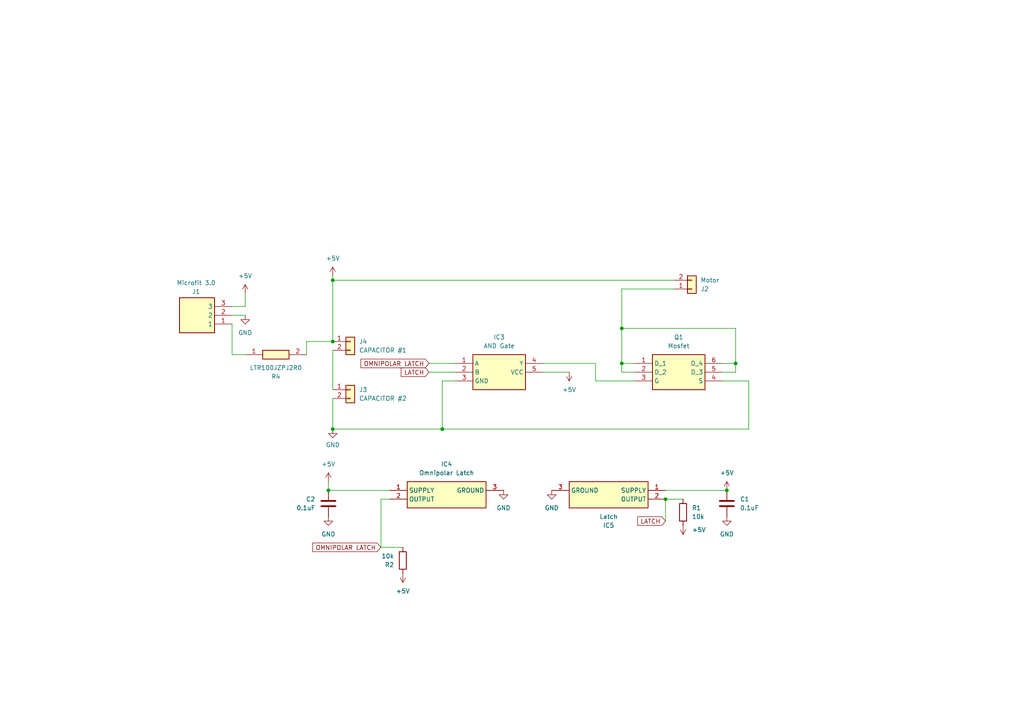
<source format=kicad_sch>
(kicad_sch
	(version 20231120)
	(generator "eeschema")
	(generator_version "8.0")
	(uuid "c3b4e927-b550-45c3-ad51-7ff88d65109a")
	(paper "A4")
	(lib_symbols
		(symbol "Connector_Generic:Conn_01x02"
			(pin_names
				(offset 1.016) hide)
			(exclude_from_sim no)
			(in_bom yes)
			(on_board yes)
			(property "Reference" "J"
				(at 0 2.54 0)
				(effects
					(font
						(size 1.27 1.27)
					)
				)
			)
			(property "Value" "Conn_01x02"
				(at 0 -5.08 0)
				(effects
					(font
						(size 1.27 1.27)
					)
				)
			)
			(property "Footprint" ""
				(at 0 0 0)
				(effects
					(font
						(size 1.27 1.27)
					)
					(hide yes)
				)
			)
			(property "Datasheet" "~"
				(at 0 0 0)
				(effects
					(font
						(size 1.27 1.27)
					)
					(hide yes)
				)
			)
			(property "Description" "Generic connector, single row, 01x02, script generated (kicad-library-utils/schlib/autogen/connector/)"
				(at 0 0 0)
				(effects
					(font
						(size 1.27 1.27)
					)
					(hide yes)
				)
			)
			(property "ki_keywords" "connector"
				(at 0 0 0)
				(effects
					(font
						(size 1.27 1.27)
					)
					(hide yes)
				)
			)
			(property "ki_fp_filters" "Connector*:*_1x??_*"
				(at 0 0 0)
				(effects
					(font
						(size 1.27 1.27)
					)
					(hide yes)
				)
			)
			(symbol "Conn_01x02_1_1"
				(rectangle
					(start -1.27 -2.413)
					(end 0 -2.667)
					(stroke
						(width 0.1524)
						(type default)
					)
					(fill
						(type none)
					)
				)
				(rectangle
					(start -1.27 0.127)
					(end 0 -0.127)
					(stroke
						(width 0.1524)
						(type default)
					)
					(fill
						(type none)
					)
				)
				(rectangle
					(start -1.27 1.27)
					(end 1.27 -3.81)
					(stroke
						(width 0.254)
						(type default)
					)
					(fill
						(type background)
					)
				)
				(pin passive line
					(at -5.08 0 0)
					(length 3.81)
					(name "Pin_1"
						(effects
							(font
								(size 1.27 1.27)
							)
						)
					)
					(number "1"
						(effects
							(font
								(size 1.27 1.27)
							)
						)
					)
				)
				(pin passive line
					(at -5.08 -2.54 0)
					(length 3.81)
					(name "Pin_2"
						(effects
							(font
								(size 1.27 1.27)
							)
						)
					)
					(number "2"
						(effects
							(font
								(size 1.27 1.27)
							)
						)
					)
				)
			)
		)
		(symbol "Device:C"
			(pin_numbers hide)
			(pin_names
				(offset 0.254)
			)
			(exclude_from_sim no)
			(in_bom yes)
			(on_board yes)
			(property "Reference" "C"
				(at 0.635 2.54 0)
				(effects
					(font
						(size 1.27 1.27)
					)
					(justify left)
				)
			)
			(property "Value" "C"
				(at 0.635 -2.54 0)
				(effects
					(font
						(size 1.27 1.27)
					)
					(justify left)
				)
			)
			(property "Footprint" ""
				(at 0.9652 -3.81 0)
				(effects
					(font
						(size 1.27 1.27)
					)
					(hide yes)
				)
			)
			(property "Datasheet" "~"
				(at 0 0 0)
				(effects
					(font
						(size 1.27 1.27)
					)
					(hide yes)
				)
			)
			(property "Description" "Unpolarized capacitor"
				(at 0 0 0)
				(effects
					(font
						(size 1.27 1.27)
					)
					(hide yes)
				)
			)
			(property "ki_keywords" "cap capacitor"
				(at 0 0 0)
				(effects
					(font
						(size 1.27 1.27)
					)
					(hide yes)
				)
			)
			(property "ki_fp_filters" "C_*"
				(at 0 0 0)
				(effects
					(font
						(size 1.27 1.27)
					)
					(hide yes)
				)
			)
			(symbol "C_0_1"
				(polyline
					(pts
						(xy -2.032 -0.762) (xy 2.032 -0.762)
					)
					(stroke
						(width 0.508)
						(type default)
					)
					(fill
						(type none)
					)
				)
				(polyline
					(pts
						(xy -2.032 0.762) (xy 2.032 0.762)
					)
					(stroke
						(width 0.508)
						(type default)
					)
					(fill
						(type none)
					)
				)
			)
			(symbol "C_1_1"
				(pin passive line
					(at 0 3.81 270)
					(length 2.794)
					(name "~"
						(effects
							(font
								(size 1.27 1.27)
							)
						)
					)
					(number "1"
						(effects
							(font
								(size 1.27 1.27)
							)
						)
					)
				)
				(pin passive line
					(at 0 -3.81 90)
					(length 2.794)
					(name "~"
						(effects
							(font
								(size 1.27 1.27)
							)
						)
					)
					(number "2"
						(effects
							(font
								(size 1.27 1.27)
							)
						)
					)
				)
			)
		)
		(symbol "Device:R"
			(pin_numbers hide)
			(pin_names
				(offset 0)
			)
			(exclude_from_sim no)
			(in_bom yes)
			(on_board yes)
			(property "Reference" "R"
				(at 2.032 0 90)
				(effects
					(font
						(size 1.27 1.27)
					)
				)
			)
			(property "Value" "R"
				(at 0 0 90)
				(effects
					(font
						(size 1.27 1.27)
					)
				)
			)
			(property "Footprint" ""
				(at -1.778 0 90)
				(effects
					(font
						(size 1.27 1.27)
					)
					(hide yes)
				)
			)
			(property "Datasheet" "~"
				(at 0 0 0)
				(effects
					(font
						(size 1.27 1.27)
					)
					(hide yes)
				)
			)
			(property "Description" "Resistor"
				(at 0 0 0)
				(effects
					(font
						(size 1.27 1.27)
					)
					(hide yes)
				)
			)
			(property "ki_keywords" "R res resistor"
				(at 0 0 0)
				(effects
					(font
						(size 1.27 1.27)
					)
					(hide yes)
				)
			)
			(property "ki_fp_filters" "R_*"
				(at 0 0 0)
				(effects
					(font
						(size 1.27 1.27)
					)
					(hide yes)
				)
			)
			(symbol "R_0_1"
				(rectangle
					(start -1.016 -2.54)
					(end 1.016 2.54)
					(stroke
						(width 0.254)
						(type default)
					)
					(fill
						(type none)
					)
				)
			)
			(symbol "R_1_1"
				(pin passive line
					(at 0 3.81 270)
					(length 1.27)
					(name "~"
						(effects
							(font
								(size 1.27 1.27)
							)
						)
					)
					(number "1"
						(effects
							(font
								(size 1.27 1.27)
							)
						)
					)
				)
				(pin passive line
					(at 0 -3.81 90)
					(length 1.27)
					(name "~"
						(effects
							(font
								(size 1.27 1.27)
							)
						)
					)
					(number "2"
						(effects
							(font
								(size 1.27 1.27)
							)
						)
					)
				)
			)
		)
		(symbol "SamacSys_Parts:0436500302"
			(exclude_from_sim no)
			(in_bom yes)
			(on_board yes)
			(property "Reference" "J"
				(at 16.51 7.62 0)
				(effects
					(font
						(size 1.27 1.27)
					)
					(justify left top)
				)
			)
			(property "Value" "0436500302"
				(at 16.51 5.08 0)
				(effects
					(font
						(size 1.27 1.27)
					)
					(justify left top)
				)
			)
			(property "Footprint" "0436500302"
				(at 16.51 -94.92 0)
				(effects
					(font
						(size 1.27 1.27)
					)
					(justify left top)
					(hide yes)
				)
			)
			(property "Datasheet" "https://www.molex.com/pdm_docs/sd/436500302_sd.pdf"
				(at 16.51 -194.92 0)
				(effects
					(font
						(size 1.27 1.27)
					)
					(justify left top)
					(hide yes)
				)
			)
			(property "Description" "Micro-Fit 3.0 Vertical Header, 3.00mm Pitch, Single Row,  Circuits, with PCB Polarizing Peg, Gold, Glow-Wire Capable, Black"
				(at 0 0 0)
				(effects
					(font
						(size 1.27 1.27)
					)
					(hide yes)
				)
			)
			(property "Height" "5.64"
				(at 16.51 -394.92 0)
				(effects
					(font
						(size 1.27 1.27)
					)
					(justify left top)
					(hide yes)
				)
			)
			(property "Manufacturer_Name" "Molex"
				(at 16.51 -494.92 0)
				(effects
					(font
						(size 1.27 1.27)
					)
					(justify left top)
					(hide yes)
				)
			)
			(property "Manufacturer_Part_Number" "0436500302"
				(at 16.51 -594.92 0)
				(effects
					(font
						(size 1.27 1.27)
					)
					(justify left top)
					(hide yes)
				)
			)
			(property "Mouser Part Number" "N/A"
				(at 16.51 -694.92 0)
				(effects
					(font
						(size 1.27 1.27)
					)
					(justify left top)
					(hide yes)
				)
			)
			(property "Mouser Price/Stock" "https://www.mouser.co.uk/ProductDetail/Molex/0436500302?qs=PBcRNPEHKspyV22PawpJZQ%3D%3D"
				(at 16.51 -794.92 0)
				(effects
					(font
						(size 1.27 1.27)
					)
					(justify left top)
					(hide yes)
				)
			)
			(property "Arrow Part Number" "0436500302"
				(at 16.51 -894.92 0)
				(effects
					(font
						(size 1.27 1.27)
					)
					(justify left top)
					(hide yes)
				)
			)
			(property "Arrow Price/Stock" "https://www.arrow.com/en/products/0436500302/molex?region=nac"
				(at 16.51 -994.92 0)
				(effects
					(font
						(size 1.27 1.27)
					)
					(justify left top)
					(hide yes)
				)
			)
			(symbol "0436500302_1_1"
				(rectangle
					(start 5.08 2.54)
					(end 15.24 -7.62)
					(stroke
						(width 0.254)
						(type default)
					)
					(fill
						(type background)
					)
				)
				(pin passive line
					(at 0 -5.08 0)
					(length 5.08)
					(name "1"
						(effects
							(font
								(size 1.27 1.27)
							)
						)
					)
					(number "1"
						(effects
							(font
								(size 1.27 1.27)
							)
						)
					)
				)
				(pin passive line
					(at 0 -2.54 0)
					(length 5.08)
					(name "2"
						(effects
							(font
								(size 1.27 1.27)
							)
						)
					)
					(number "2"
						(effects
							(font
								(size 1.27 1.27)
							)
						)
					)
				)
				(pin passive line
					(at 0 0 0)
					(length 5.08)
					(name "3"
						(effects
							(font
								(size 1.27 1.27)
							)
						)
					)
					(number "3"
						(effects
							(font
								(size 1.27 1.27)
							)
						)
					)
				)
			)
		)
		(symbol "SamacSys_Parts:A3212ELHLX-T-DABIC8E"
			(exclude_from_sim no)
			(in_bom yes)
			(on_board yes)
			(property "Reference" "IC"
				(at 29.21 7.62 0)
				(effects
					(font
						(size 1.27 1.27)
					)
					(justify left top)
				)
			)
			(property "Value" "A3212ELHLX-T-DABIC8E"
				(at 29.21 5.08 0)
				(effects
					(font
						(size 1.27 1.27)
					)
					(justify left top)
				)
			)
			(property "Footprint" "SOT95P285X113-3N"
				(at 29.21 -94.92 0)
				(effects
					(font
						(size 1.27 1.27)
					)
					(justify left top)
					(hide yes)
				)
			)
			(property "Datasheet" "https://www.allegromicro.com/~/media/files/datasheets/a3211-12-datasheet.pdf"
				(at 29.21 -194.92 0)
				(effects
					(font
						(size 1.27 1.27)
					)
					(justify left top)
					(hide yes)
				)
			)
			(property "Description" "Micropower, Ultrasensitive Hall-Effect Switch"
				(at 0 0 0)
				(effects
					(font
						(size 1.27 1.27)
					)
					(hide yes)
				)
			)
			(property "Height" "1.13"
				(at 29.21 -394.92 0)
				(effects
					(font
						(size 1.27 1.27)
					)
					(justify left top)
					(hide yes)
				)
			)
			(property "Manufacturer_Name" "Allegro Microsystems"
				(at 29.21 -494.92 0)
				(effects
					(font
						(size 1.27 1.27)
					)
					(justify left top)
					(hide yes)
				)
			)
			(property "Manufacturer_Part_Number" "A3212ELHLX-T-DABIC8E"
				(at 29.21 -594.92 0)
				(effects
					(font
						(size 1.27 1.27)
					)
					(justify left top)
					(hide yes)
				)
			)
			(property "Mouser Part Number" ""
				(at 29.21 -694.92 0)
				(effects
					(font
						(size 1.27 1.27)
					)
					(justify left top)
					(hide yes)
				)
			)
			(property "Mouser Price/Stock" ""
				(at 29.21 -794.92 0)
				(effects
					(font
						(size 1.27 1.27)
					)
					(justify left top)
					(hide yes)
				)
			)
			(property "Arrow Part Number" "A3212ELHLX-T-DABIC8E"
				(at 29.21 -894.92 0)
				(effects
					(font
						(size 1.27 1.27)
					)
					(justify left top)
					(hide yes)
				)
			)
			(property "Arrow Price/Stock" "https://www.arrow.com/en/products/a3212elhlx-t-dabic8e/allegro-microsystems"
				(at 29.21 -994.92 0)
				(effects
					(font
						(size 1.27 1.27)
					)
					(justify left top)
					(hide yes)
				)
			)
			(symbol "A3212ELHLX-T-DABIC8E_1_1"
				(rectangle
					(start 5.08 2.54)
					(end 27.94 -5.08)
					(stroke
						(width 0.254)
						(type default)
					)
					(fill
						(type background)
					)
				)
				(pin passive line
					(at 0 0 0)
					(length 5.08)
					(name "SUPPLY"
						(effects
							(font
								(size 1.27 1.27)
							)
						)
					)
					(number "1"
						(effects
							(font
								(size 1.27 1.27)
							)
						)
					)
				)
				(pin passive line
					(at 0 -2.54 0)
					(length 5.08)
					(name "OUTPUT"
						(effects
							(font
								(size 1.27 1.27)
							)
						)
					)
					(number "2"
						(effects
							(font
								(size 1.27 1.27)
							)
						)
					)
				)
				(pin passive line
					(at 33.02 0 180)
					(length 5.08)
					(name "GROUND"
						(effects
							(font
								(size 1.27 1.27)
							)
						)
					)
					(number "3"
						(effects
							(font
								(size 1.27 1.27)
							)
						)
					)
				)
			)
		)
		(symbol "SamacSys_Parts:DMN1019UVT-7"
			(exclude_from_sim no)
			(in_bom yes)
			(on_board yes)
			(property "Reference" "Q"
				(at 21.59 7.62 0)
				(effects
					(font
						(size 1.27 1.27)
					)
					(justify left top)
				)
			)
			(property "Value" "DMN1019UVT-7"
				(at 21.59 5.08 0)
				(effects
					(font
						(size 1.27 1.27)
					)
					(justify left top)
				)
			)
			(property "Footprint" "SOT95P280X100-6N"
				(at 21.59 -94.92 0)
				(effects
					(font
						(size 1.27 1.27)
					)
					(justify left top)
					(hide yes)
				)
			)
			(property "Datasheet" "https://www.diodes.com//assets/Datasheets/DMN1019UVT.pdf"
				(at 21.59 -194.92 0)
				(effects
					(font
						(size 1.27 1.27)
					)
					(justify left top)
					(hide yes)
				)
			)
			(property "Description" "MOSFET 12V Enh Mode FET"
				(at 0 0 0)
				(effects
					(font
						(size 1.27 1.27)
					)
					(hide yes)
				)
			)
			(property "Height" "1"
				(at 21.59 -394.92 0)
				(effects
					(font
						(size 1.27 1.27)
					)
					(justify left top)
					(hide yes)
				)
			)
			(property "Manufacturer_Name" "Diodes Incorporated"
				(at 21.59 -494.92 0)
				(effects
					(font
						(size 1.27 1.27)
					)
					(justify left top)
					(hide yes)
				)
			)
			(property "Manufacturer_Part_Number" "DMN1019UVT-7"
				(at 21.59 -594.92 0)
				(effects
					(font
						(size 1.27 1.27)
					)
					(justify left top)
					(hide yes)
				)
			)
			(property "Mouser Part Number" "621-DMN1019UVT-7"
				(at 21.59 -694.92 0)
				(effects
					(font
						(size 1.27 1.27)
					)
					(justify left top)
					(hide yes)
				)
			)
			(property "Mouser Price/Stock" "https://www.mouser.co.uk/ProductDetail/Diodes-Incorporated/DMN1019UVT-7?qs=OVC8WVYZliSQ1YnuKED3dQ%3D%3D"
				(at 21.59 -794.92 0)
				(effects
					(font
						(size 1.27 1.27)
					)
					(justify left top)
					(hide yes)
				)
			)
			(property "Arrow Part Number" "DMN1019UVT-7"
				(at 21.59 -894.92 0)
				(effects
					(font
						(size 1.27 1.27)
					)
					(justify left top)
					(hide yes)
				)
			)
			(property "Arrow Price/Stock" "https://www.arrow.com/en/products/dmn1019uvt-7/diodes-incorporated?region=asia"
				(at 21.59 -994.92 0)
				(effects
					(font
						(size 1.27 1.27)
					)
					(justify left top)
					(hide yes)
				)
			)
			(symbol "DMN1019UVT-7_1_1"
				(rectangle
					(start 5.08 2.54)
					(end 20.32 -7.62)
					(stroke
						(width 0.254)
						(type default)
					)
					(fill
						(type background)
					)
				)
				(pin passive line
					(at 0 0 0)
					(length 5.08)
					(name "D_1"
						(effects
							(font
								(size 1.27 1.27)
							)
						)
					)
					(number "1"
						(effects
							(font
								(size 1.27 1.27)
							)
						)
					)
				)
				(pin passive line
					(at 0 -2.54 0)
					(length 5.08)
					(name "D_2"
						(effects
							(font
								(size 1.27 1.27)
							)
						)
					)
					(number "2"
						(effects
							(font
								(size 1.27 1.27)
							)
						)
					)
				)
				(pin passive line
					(at 0 -5.08 0)
					(length 5.08)
					(name "G"
						(effects
							(font
								(size 1.27 1.27)
							)
						)
					)
					(number "3"
						(effects
							(font
								(size 1.27 1.27)
							)
						)
					)
				)
				(pin passive line
					(at 25.4 -5.08 180)
					(length 5.08)
					(name "S"
						(effects
							(font
								(size 1.27 1.27)
							)
						)
					)
					(number "4"
						(effects
							(font
								(size 1.27 1.27)
							)
						)
					)
				)
				(pin passive line
					(at 25.4 -2.54 180)
					(length 5.08)
					(name "D_3"
						(effects
							(font
								(size 1.27 1.27)
							)
						)
					)
					(number "5"
						(effects
							(font
								(size 1.27 1.27)
							)
						)
					)
				)
				(pin passive line
					(at 25.4 0 180)
					(length 5.08)
					(name "D_4"
						(effects
							(font
								(size 1.27 1.27)
							)
						)
					)
					(number "6"
						(effects
							(font
								(size 1.27 1.27)
							)
						)
					)
				)
			)
		)
		(symbol "SamacSys_Parts:LTR100JZPJ2R0"
			(pin_names hide)
			(exclude_from_sim no)
			(in_bom yes)
			(on_board yes)
			(property "Reference" "R"
				(at 13.97 6.35 0)
				(effects
					(font
						(size 1.27 1.27)
					)
					(justify left top)
				)
			)
			(property "Value" "LTR100JZPJ2R0"
				(at 13.97 3.81 0)
				(effects
					(font
						(size 1.27 1.27)
					)
					(justify left top)
				)
			)
			(property "Footprint" "RESC3264X70N"
				(at 13.97 -96.19 0)
				(effects
					(font
						(size 1.27 1.27)
					)
					(justify left top)
					(hide yes)
				)
			)
			(property "Datasheet" "https://fscdn.rohm.com/en/products/databook/datasheet/passive/resistor/chip_resistor/ltr-e.pdf"
				(at 13.97 -196.19 0)
				(effects
					(font
						(size 1.27 1.27)
					)
					(justify left top)
					(hide yes)
				)
			)
			(property "Description" "2 Ohms +/-5% 3W Chip Resistor Wide 2512 (6432 Metric), 1225 Automotive AEC-Q200, Pulse Withstanding Thick Film"
				(at 0 0 0)
				(effects
					(font
						(size 1.27 1.27)
					)
					(hide yes)
				)
			)
			(property "Height" "0.7"
				(at 13.97 -396.19 0)
				(effects
					(font
						(size 1.27 1.27)
					)
					(justify left top)
					(hide yes)
				)
			)
			(property "Manufacturer_Name" "ROHM Semiconductor"
				(at 13.97 -496.19 0)
				(effects
					(font
						(size 1.27 1.27)
					)
					(justify left top)
					(hide yes)
				)
			)
			(property "Manufacturer_Part_Number" "LTR100JZPJ2R0"
				(at 13.97 -596.19 0)
				(effects
					(font
						(size 1.27 1.27)
					)
					(justify left top)
					(hide yes)
				)
			)
			(property "Mouser Part Number" ""
				(at 13.97 -696.19 0)
				(effects
					(font
						(size 1.27 1.27)
					)
					(justify left top)
					(hide yes)
				)
			)
			(property "Mouser Price/Stock" ""
				(at 13.97 -796.19 0)
				(effects
					(font
						(size 1.27 1.27)
					)
					(justify left top)
					(hide yes)
				)
			)
			(property "Arrow Part Number" ""
				(at 13.97 -896.19 0)
				(effects
					(font
						(size 1.27 1.27)
					)
					(justify left top)
					(hide yes)
				)
			)
			(property "Arrow Price/Stock" ""
				(at 13.97 -996.19 0)
				(effects
					(font
						(size 1.27 1.27)
					)
					(justify left top)
					(hide yes)
				)
			)
			(symbol "LTR100JZPJ2R0_1_1"
				(rectangle
					(start 5.08 1.27)
					(end 12.7 -1.27)
					(stroke
						(width 0.254)
						(type default)
					)
					(fill
						(type background)
					)
				)
				(pin passive line
					(at 0 0 0)
					(length 5.08)
					(name "1"
						(effects
							(font
								(size 1.27 1.27)
							)
						)
					)
					(number "1"
						(effects
							(font
								(size 1.27 1.27)
							)
						)
					)
				)
				(pin passive line
					(at 17.78 0 180)
					(length 5.08)
					(name "2"
						(effects
							(font
								(size 1.27 1.27)
							)
						)
					)
					(number "2"
						(effects
							(font
								(size 1.27 1.27)
							)
						)
					)
				)
			)
		)
		(symbol "SamacSys_Parts:SN74LVC1G08DBVR"
			(exclude_from_sim no)
			(in_bom yes)
			(on_board yes)
			(property "Reference" "IC"
				(at 21.59 7.62 0)
				(effects
					(font
						(size 1.27 1.27)
					)
					(justify left top)
				)
			)
			(property "Value" "SN74LVC1G08DBVR"
				(at 21.59 5.08 0)
				(effects
					(font
						(size 1.27 1.27)
					)
					(justify left top)
				)
			)
			(property "Footprint" "SOT95P280X145-5N"
				(at 21.59 -94.92 0)
				(effects
					(font
						(size 1.27 1.27)
					)
					(justify left top)
					(hide yes)
				)
			)
			(property "Datasheet" "http://www.ti.com/lit/ds/symlink/sn74lvc1g08.pdf"
				(at 21.59 -194.92 0)
				(effects
					(font
						(size 1.27 1.27)
					)
					(justify left top)
					(hide yes)
				)
			)
			(property "Description" "SN74LVC1G08 Single 2-Input Positive-AND Gate"
				(at 0 0 0)
				(effects
					(font
						(size 1.27 1.27)
					)
					(hide yes)
				)
			)
			(property "Height" "1.45"
				(at 21.59 -394.92 0)
				(effects
					(font
						(size 1.27 1.27)
					)
					(justify left top)
					(hide yes)
				)
			)
			(property "Manufacturer_Name" "Texas Instruments"
				(at 21.59 -494.92 0)
				(effects
					(font
						(size 1.27 1.27)
					)
					(justify left top)
					(hide yes)
				)
			)
			(property "Manufacturer_Part_Number" "SN74LVC1G08DBVR"
				(at 21.59 -594.92 0)
				(effects
					(font
						(size 1.27 1.27)
					)
					(justify left top)
					(hide yes)
				)
			)
			(property "Mouser Part Number" "595-SN74LVC1G08DBVR"
				(at 21.59 -694.92 0)
				(effects
					(font
						(size 1.27 1.27)
					)
					(justify left top)
					(hide yes)
				)
			)
			(property "Mouser Price/Stock" "https://www.mouser.co.uk/ProductDetail/Texas-Instruments/SN74LVC1G08DBVR?qs=8yeEWhuAOtNjtL049wSCoQ%3D%3D"
				(at 21.59 -794.92 0)
				(effects
					(font
						(size 1.27 1.27)
					)
					(justify left top)
					(hide yes)
				)
			)
			(property "Arrow Part Number" "SN74LVC1G08DBVR"
				(at 21.59 -894.92 0)
				(effects
					(font
						(size 1.27 1.27)
					)
					(justify left top)
					(hide yes)
				)
			)
			(property "Arrow Price/Stock" "https://www.arrow.com/en/products/sn74lvc1g08dbvr/texas-instruments?utm_currency=USD&region=nac"
				(at 21.59 -994.92 0)
				(effects
					(font
						(size 1.27 1.27)
					)
					(justify left top)
					(hide yes)
				)
			)
			(symbol "SN74LVC1G08DBVR_1_1"
				(rectangle
					(start 5.08 2.54)
					(end 20.32 -7.62)
					(stroke
						(width 0.254)
						(type default)
					)
					(fill
						(type background)
					)
				)
				(pin input line
					(at 0 0 0)
					(length 5.08)
					(name "A"
						(effects
							(font
								(size 1.27 1.27)
							)
						)
					)
					(number "1"
						(effects
							(font
								(size 1.27 1.27)
							)
						)
					)
				)
				(pin input line
					(at 0 -2.54 0)
					(length 5.08)
					(name "B"
						(effects
							(font
								(size 1.27 1.27)
							)
						)
					)
					(number "2"
						(effects
							(font
								(size 1.27 1.27)
							)
						)
					)
				)
				(pin power_in line
					(at 0 -5.08 0)
					(length 5.08)
					(name "GND"
						(effects
							(font
								(size 1.27 1.27)
							)
						)
					)
					(number "3"
						(effects
							(font
								(size 1.27 1.27)
							)
						)
					)
				)
				(pin output line
					(at 25.4 0 180)
					(length 5.08)
					(name "Y"
						(effects
							(font
								(size 1.27 1.27)
							)
						)
					)
					(number "4"
						(effects
							(font
								(size 1.27 1.27)
							)
						)
					)
				)
				(pin power_in line
					(at 25.4 -2.54 180)
					(length 5.08)
					(name "VCC"
						(effects
							(font
								(size 1.27 1.27)
							)
						)
					)
					(number "5"
						(effects
							(font
								(size 1.27 1.27)
							)
						)
					)
				)
			)
		)
		(symbol "power:+5V"
			(power)
			(pin_numbers hide)
			(pin_names
				(offset 0) hide)
			(exclude_from_sim no)
			(in_bom yes)
			(on_board yes)
			(property "Reference" "#PWR"
				(at 0 -3.81 0)
				(effects
					(font
						(size 1.27 1.27)
					)
					(hide yes)
				)
			)
			(property "Value" "+5V"
				(at 0 3.556 0)
				(effects
					(font
						(size 1.27 1.27)
					)
				)
			)
			(property "Footprint" ""
				(at 0 0 0)
				(effects
					(font
						(size 1.27 1.27)
					)
					(hide yes)
				)
			)
			(property "Datasheet" ""
				(at 0 0 0)
				(effects
					(font
						(size 1.27 1.27)
					)
					(hide yes)
				)
			)
			(property "Description" "Power symbol creates a global label with name \"+5V\""
				(at 0 0 0)
				(effects
					(font
						(size 1.27 1.27)
					)
					(hide yes)
				)
			)
			(property "ki_keywords" "global power"
				(at 0 0 0)
				(effects
					(font
						(size 1.27 1.27)
					)
					(hide yes)
				)
			)
			(symbol "+5V_0_1"
				(polyline
					(pts
						(xy -0.762 1.27) (xy 0 2.54)
					)
					(stroke
						(width 0)
						(type default)
					)
					(fill
						(type none)
					)
				)
				(polyline
					(pts
						(xy 0 0) (xy 0 2.54)
					)
					(stroke
						(width 0)
						(type default)
					)
					(fill
						(type none)
					)
				)
				(polyline
					(pts
						(xy 0 2.54) (xy 0.762 1.27)
					)
					(stroke
						(width 0)
						(type default)
					)
					(fill
						(type none)
					)
				)
			)
			(symbol "+5V_1_1"
				(pin power_in line
					(at 0 0 90)
					(length 0)
					(name "~"
						(effects
							(font
								(size 1.27 1.27)
							)
						)
					)
					(number "1"
						(effects
							(font
								(size 1.27 1.27)
							)
						)
					)
				)
			)
		)
		(symbol "power:GND"
			(power)
			(pin_numbers hide)
			(pin_names
				(offset 0) hide)
			(exclude_from_sim no)
			(in_bom yes)
			(on_board yes)
			(property "Reference" "#PWR"
				(at 0 -6.35 0)
				(effects
					(font
						(size 1.27 1.27)
					)
					(hide yes)
				)
			)
			(property "Value" "GND"
				(at 0 -3.81 0)
				(effects
					(font
						(size 1.27 1.27)
					)
				)
			)
			(property "Footprint" ""
				(at 0 0 0)
				(effects
					(font
						(size 1.27 1.27)
					)
					(hide yes)
				)
			)
			(property "Datasheet" ""
				(at 0 0 0)
				(effects
					(font
						(size 1.27 1.27)
					)
					(hide yes)
				)
			)
			(property "Description" "Power symbol creates a global label with name \"GND\" , ground"
				(at 0 0 0)
				(effects
					(font
						(size 1.27 1.27)
					)
					(hide yes)
				)
			)
			(property "ki_keywords" "global power"
				(at 0 0 0)
				(effects
					(font
						(size 1.27 1.27)
					)
					(hide yes)
				)
			)
			(symbol "GND_0_1"
				(polyline
					(pts
						(xy 0 0) (xy 0 -1.27) (xy 1.27 -1.27) (xy 0 -2.54) (xy -1.27 -1.27) (xy 0 -1.27)
					)
					(stroke
						(width 0)
						(type default)
					)
					(fill
						(type none)
					)
				)
			)
			(symbol "GND_1_1"
				(pin power_in line
					(at 0 0 270)
					(length 0)
					(name "~"
						(effects
							(font
								(size 1.27 1.27)
							)
						)
					)
					(number "1"
						(effects
							(font
								(size 1.27 1.27)
							)
						)
					)
				)
			)
		)
	)
	(junction
		(at 210.82 142.24)
		(diameter 0)
		(color 0 0 0 0)
		(uuid "002d935e-9b45-4b51-a050-9f2aae46971a")
	)
	(junction
		(at 128.27 124.46)
		(diameter 0)
		(color 0 0 0 0)
		(uuid "07c86852-1f26-40da-a9d2-b06b87871b88")
	)
	(junction
		(at 193.04 144.78)
		(diameter 0)
		(color 0 0 0 0)
		(uuid "1ade0b2d-9d5f-4cef-8f61-822b8cb4cad4")
	)
	(junction
		(at 95.25 142.24)
		(diameter 0)
		(color 0 0 0 0)
		(uuid "6f22b0d5-c00d-496a-ade9-22415739a000")
	)
	(junction
		(at 180.34 95.25)
		(diameter 0)
		(color 0 0 0 0)
		(uuid "77723b01-5996-4fde-9432-0d8ae1a6c213")
	)
	(junction
		(at 180.34 105.41)
		(diameter 0)
		(color 0 0 0 0)
		(uuid "a84cc46a-fda3-4722-8136-b2836dea4eb5")
	)
	(junction
		(at 96.52 124.46)
		(diameter 0)
		(color 0 0 0 0)
		(uuid "b0d8a2e7-54f6-409e-a392-a57b1af64a32")
	)
	(junction
		(at 96.52 81.28)
		(diameter 0)
		(color 0 0 0 0)
		(uuid "eedae1cf-d3b5-4c60-b332-821b03921307")
	)
	(junction
		(at 213.36 105.41)
		(diameter 0)
		(color 0 0 0 0)
		(uuid "f22cdbef-b2ba-448a-8221-ceb0901f7e4d")
	)
	(junction
		(at 96.52 99.06)
		(diameter 0)
		(color 0 0 0 0)
		(uuid "fc1c3cf5-936e-447e-89a0-0ce7a35413ab")
	)
	(wire
		(pts
			(xy 96.52 101.6) (xy 96.52 113.03)
		)
		(stroke
			(width 0)
			(type default)
		)
		(uuid "08450055-e236-48be-9f6f-de565446873e")
	)
	(wire
		(pts
			(xy 157.48 107.95) (xy 165.1 107.95)
		)
		(stroke
			(width 0)
			(type default)
		)
		(uuid "09115460-086c-421d-8f0b-bb062add6e02")
	)
	(wire
		(pts
			(xy 124.46 107.95) (xy 132.08 107.95)
		)
		(stroke
			(width 0)
			(type default)
		)
		(uuid "102b3b0e-31e7-480a-84a1-3da431c2ca4c")
	)
	(wire
		(pts
			(xy 193.04 144.78) (xy 193.04 151.13)
		)
		(stroke
			(width 0)
			(type default)
		)
		(uuid "10e6bdc6-8749-456b-b7b3-c20395d49442")
	)
	(wire
		(pts
			(xy 213.36 95.25) (xy 180.34 95.25)
		)
		(stroke
			(width 0)
			(type default)
		)
		(uuid "12717474-db71-494e-b458-b3cb84cd210d")
	)
	(wire
		(pts
			(xy 124.46 105.41) (xy 132.08 105.41)
		)
		(stroke
			(width 0)
			(type default)
		)
		(uuid "131f95a5-1794-44eb-b039-095815d52704")
	)
	(wire
		(pts
			(xy 180.34 95.25) (xy 180.34 105.41)
		)
		(stroke
			(width 0)
			(type default)
		)
		(uuid "179d5725-fe92-4118-aa16-a652239b99b8")
	)
	(wire
		(pts
			(xy 110.49 158.75) (xy 116.84 158.75)
		)
		(stroke
			(width 0)
			(type default)
		)
		(uuid "19022052-a814-48b2-859f-6c254b7f206e")
	)
	(wire
		(pts
			(xy 180.34 107.95) (xy 180.34 105.41)
		)
		(stroke
			(width 0)
			(type default)
		)
		(uuid "1c2eb346-9f24-4366-9aaf-bc9b6861684e")
	)
	(wire
		(pts
			(xy 213.36 105.41) (xy 213.36 95.25)
		)
		(stroke
			(width 0)
			(type default)
		)
		(uuid "1cf79cba-e2a4-4bce-8c9c-9cf2d7520a4b")
	)
	(wire
		(pts
			(xy 96.52 115.57) (xy 96.52 124.46)
		)
		(stroke
			(width 0)
			(type default)
		)
		(uuid "1d111d0d-fd59-40c9-89fe-53d7f9b01646")
	)
	(wire
		(pts
			(xy 172.72 110.49) (xy 172.72 105.41)
		)
		(stroke
			(width 0)
			(type default)
		)
		(uuid "1d6485b4-635d-4b7a-b67a-fecc2f1406fb")
	)
	(wire
		(pts
			(xy 184.15 110.49) (xy 172.72 110.49)
		)
		(stroke
			(width 0)
			(type default)
		)
		(uuid "1dcb18fe-474a-4801-9ebb-ff7369515351")
	)
	(wire
		(pts
			(xy 88.9 99.06) (xy 96.52 99.06)
		)
		(stroke
			(width 0)
			(type default)
		)
		(uuid "1e5646e0-c582-4beb-a8cc-3387964c1952")
	)
	(wire
		(pts
			(xy 67.31 93.98) (xy 67.31 102.87)
		)
		(stroke
			(width 0)
			(type default)
		)
		(uuid "280c6f54-ed6b-450b-b22a-06e249dd1eff")
	)
	(wire
		(pts
			(xy 96.52 81.28) (xy 195.58 81.28)
		)
		(stroke
			(width 0)
			(type default)
		)
		(uuid "39ccab3e-70b6-4c76-bd12-2e88068f1343")
	)
	(wire
		(pts
			(xy 67.31 91.44) (xy 71.12 91.44)
		)
		(stroke
			(width 0)
			(type default)
		)
		(uuid "492be455-0e6f-4e00-b7c1-3ae696cd1120")
	)
	(wire
		(pts
			(xy 209.55 105.41) (xy 213.36 105.41)
		)
		(stroke
			(width 0)
			(type default)
		)
		(uuid "59a71975-1e25-4d81-9bda-5cf59892974c")
	)
	(wire
		(pts
			(xy 71.12 88.9) (xy 67.31 88.9)
		)
		(stroke
			(width 0)
			(type default)
		)
		(uuid "65ac338b-2b05-4458-8ae0-e2e38250c459")
	)
	(wire
		(pts
			(xy 96.52 81.28) (xy 96.52 99.06)
		)
		(stroke
			(width 0)
			(type default)
		)
		(uuid "6b31a5d8-d7a4-47e3-95ab-331d7a9a4adf")
	)
	(wire
		(pts
			(xy 195.58 83.82) (xy 180.34 83.82)
		)
		(stroke
			(width 0)
			(type default)
		)
		(uuid "6f81f543-2542-4c0b-9d4b-905030bdb2df")
	)
	(wire
		(pts
			(xy 213.36 107.95) (xy 213.36 105.41)
		)
		(stroke
			(width 0)
			(type default)
		)
		(uuid "71121393-58af-475d-af12-b79f7f02403d")
	)
	(wire
		(pts
			(xy 67.31 102.87) (xy 71.12 102.87)
		)
		(stroke
			(width 0)
			(type default)
		)
		(uuid "71df5398-8043-467d-9057-58b774865602")
	)
	(wire
		(pts
			(xy 88.9 102.87) (xy 88.9 99.06)
		)
		(stroke
			(width 0)
			(type default)
		)
		(uuid "72b33e14-fea9-48bb-b87d-30e6456aa1d7")
	)
	(wire
		(pts
			(xy 209.55 110.49) (xy 217.17 110.49)
		)
		(stroke
			(width 0)
			(type default)
		)
		(uuid "89593335-f545-48d2-8040-da807ab74ba5")
	)
	(wire
		(pts
			(xy 128.27 110.49) (xy 128.27 124.46)
		)
		(stroke
			(width 0)
			(type default)
		)
		(uuid "89824bd3-db6f-4f47-9cb5-51f971b8bf82")
	)
	(wire
		(pts
			(xy 217.17 124.46) (xy 217.17 110.49)
		)
		(stroke
			(width 0)
			(type default)
		)
		(uuid "999b57c6-ea03-4b72-9928-fb8bad0e1e17")
	)
	(wire
		(pts
			(xy 180.34 83.82) (xy 180.34 95.25)
		)
		(stroke
			(width 0)
			(type default)
		)
		(uuid "a1553ab1-89b6-4637-a6bd-a95a3a8a0694")
	)
	(wire
		(pts
			(xy 172.72 105.41) (xy 157.48 105.41)
		)
		(stroke
			(width 0)
			(type default)
		)
		(uuid "a2826b53-b9d5-46ea-9c1f-08aa79834f9c")
	)
	(wire
		(pts
			(xy 110.49 144.78) (xy 110.49 158.75)
		)
		(stroke
			(width 0)
			(type default)
		)
		(uuid "a3aeb21c-764b-446d-bcff-f3d58ee775de")
	)
	(wire
		(pts
			(xy 113.03 142.24) (xy 95.25 142.24)
		)
		(stroke
			(width 0)
			(type default)
		)
		(uuid "af7318e3-b658-4ceb-bd72-8d1ad55a9c21")
	)
	(wire
		(pts
			(xy 113.03 144.78) (xy 110.49 144.78)
		)
		(stroke
			(width 0)
			(type default)
		)
		(uuid "b1c8aa60-f004-4ed5-ad7b-fab930992f3f")
	)
	(wire
		(pts
			(xy 184.15 107.95) (xy 180.34 107.95)
		)
		(stroke
			(width 0)
			(type default)
		)
		(uuid "bd5c2431-dfa7-42d7-b2a9-f3a110ca91b7")
	)
	(wire
		(pts
			(xy 193.04 144.78) (xy 198.12 144.78)
		)
		(stroke
			(width 0)
			(type default)
		)
		(uuid "be46d943-d863-469d-8f2e-018b8bf67132")
	)
	(wire
		(pts
			(xy 180.34 105.41) (xy 184.15 105.41)
		)
		(stroke
			(width 0)
			(type default)
		)
		(uuid "c7dd65d8-0bfc-4836-a9df-888880b155f3")
	)
	(wire
		(pts
			(xy 71.12 85.09) (xy 71.12 88.9)
		)
		(stroke
			(width 0)
			(type default)
		)
		(uuid "d05f6304-e28c-47a2-9bcf-d03dcd653699")
	)
	(wire
		(pts
			(xy 128.27 124.46) (xy 217.17 124.46)
		)
		(stroke
			(width 0)
			(type default)
		)
		(uuid "d140ce80-0f73-4518-bf4e-5543822a08ee")
	)
	(wire
		(pts
			(xy 96.52 124.46) (xy 128.27 124.46)
		)
		(stroke
			(width 0)
			(type default)
		)
		(uuid "d2eab74c-8773-4fb3-bb33-01332ae54dda")
	)
	(wire
		(pts
			(xy 132.08 110.49) (xy 128.27 110.49)
		)
		(stroke
			(width 0)
			(type default)
		)
		(uuid "dbd66b23-1d23-4d55-a358-1e309b2fa25a")
	)
	(wire
		(pts
			(xy 95.25 139.7) (xy 95.25 142.24)
		)
		(stroke
			(width 0)
			(type default)
		)
		(uuid "de2a6628-3479-4c2e-aac0-b76742294f10")
	)
	(wire
		(pts
			(xy 209.55 107.95) (xy 213.36 107.95)
		)
		(stroke
			(width 0)
			(type default)
		)
		(uuid "e39707d6-96c7-45bd-86fe-7395a2fa03f8")
	)
	(wire
		(pts
			(xy 193.04 142.24) (xy 210.82 142.24)
		)
		(stroke
			(width 0)
			(type default)
		)
		(uuid "f245a9c6-5485-4a2b-b027-4bcdb1372164")
	)
	(wire
		(pts
			(xy 96.52 80.01) (xy 96.52 81.28)
		)
		(stroke
			(width 0)
			(type default)
		)
		(uuid "fe82e094-7800-4806-b5a8-71b39cd49e3b")
	)
	(global_label "OMNIPOLAR LATCH"
		(shape input)
		(at 110.49 158.75 180)
		(fields_autoplaced yes)
		(effects
			(font
				(size 1.27 1.27)
			)
			(justify right)
		)
		(uuid "97a368fb-70ae-40c1-9f56-586a4e6e8469")
		(property "Intersheetrefs" "${INTERSHEET_REFS}"
			(at 90.148 158.75 0)
			(effects
				(font
					(size 1.27 1.27)
				)
				(justify right)
				(hide yes)
			)
		)
	)
	(global_label "LATCH"
		(shape input)
		(at 124.46 107.95 180)
		(fields_autoplaced yes)
		(effects
			(font
				(size 1.27 1.27)
			)
			(justify right)
		)
		(uuid "a3fd485a-1b9a-4596-b8d1-d1bcf2222069")
		(property "Intersheetrefs" "${INTERSHEET_REFS}"
			(at 115.79 107.95 0)
			(effects
				(font
					(size 1.27 1.27)
				)
				(justify right)
				(hide yes)
			)
		)
	)
	(global_label "LATCH"
		(shape input)
		(at 193.04 151.13 180)
		(fields_autoplaced yes)
		(effects
			(font
				(size 1.27 1.27)
			)
			(justify right)
		)
		(uuid "c715cf83-1616-4a45-9650-438e4a482144")
		(property "Intersheetrefs" "${INTERSHEET_REFS}"
			(at 184.37 151.13 0)
			(effects
				(font
					(size 1.27 1.27)
				)
				(justify right)
				(hide yes)
			)
		)
	)
	(global_label "OMNIPOLAR LATCH"
		(shape input)
		(at 124.46 105.41 180)
		(fields_autoplaced yes)
		(effects
			(font
				(size 1.27 1.27)
			)
			(justify right)
		)
		(uuid "e3ca8157-798d-48f7-95e4-7d17685df232")
		(property "Intersheetrefs" "${INTERSHEET_REFS}"
			(at 104.118 105.41 0)
			(effects
				(font
					(size 1.27 1.27)
				)
				(justify right)
				(hide yes)
			)
		)
	)
	(symbol
		(lib_id "power:+5V")
		(at 165.1 107.95 180)
		(unit 1)
		(exclude_from_sim no)
		(in_bom yes)
		(on_board yes)
		(dnp no)
		(fields_autoplaced yes)
		(uuid "00c7c2fe-f8f3-4a6a-a6fe-171b9b1dd213")
		(property "Reference" "#PWR04"
			(at 165.1 104.14 0)
			(effects
				(font
					(size 1.27 1.27)
				)
				(hide yes)
			)
		)
		(property "Value" "+5V"
			(at 165.1 113.03 0)
			(effects
				(font
					(size 1.27 1.27)
				)
			)
		)
		(property "Footprint" ""
			(at 165.1 107.95 0)
			(effects
				(font
					(size 1.27 1.27)
				)
				(hide yes)
			)
		)
		(property "Datasheet" ""
			(at 165.1 107.95 0)
			(effects
				(font
					(size 1.27 1.27)
				)
				(hide yes)
			)
		)
		(property "Description" "Power symbol creates a global label with name \"+5V\""
			(at 165.1 107.95 0)
			(effects
				(font
					(size 1.27 1.27)
				)
				(hide yes)
			)
		)
		(pin "1"
			(uuid "1ca790ef-12f3-4ee9-b190-92d24325814e")
		)
		(instances
			(project "Powered_Torpedo_V2.1"
				(path "/c3b4e927-b550-45c3-ad51-7ff88d65109a"
					(reference "#PWR04")
					(unit 1)
				)
			)
		)
	)
	(symbol
		(lib_id "Device:R")
		(at 116.84 162.56 0)
		(unit 1)
		(exclude_from_sim no)
		(in_bom yes)
		(on_board yes)
		(dnp no)
		(fields_autoplaced yes)
		(uuid "08cd61d9-a920-4343-b378-094d7670e12c")
		(property "Reference" "R2"
			(at 114.3 163.8301 0)
			(effects
				(font
					(size 1.27 1.27)
				)
				(justify right)
			)
		)
		(property "Value" "10k"
			(at 114.3 161.2901 0)
			(effects
				(font
					(size 1.27 1.27)
				)
				(justify right)
			)
		)
		(property "Footprint" "Resistor_SMD:R_0805_2012Metric"
			(at 115.062 162.56 90)
			(effects
				(font
					(size 1.27 1.27)
				)
				(hide yes)
			)
		)
		(property "Datasheet" "~"
			(at 116.84 162.56 0)
			(effects
				(font
					(size 1.27 1.27)
				)
				(hide yes)
			)
		)
		(property "Description" "Resistor"
			(at 116.84 162.56 0)
			(effects
				(font
					(size 1.27 1.27)
				)
				(hide yes)
			)
		)
		(pin "1"
			(uuid "b018d528-7229-4df6-a189-aa4828bec7a4")
		)
		(pin "2"
			(uuid "b94d1907-1efa-4e91-a2bb-493a02940807")
		)
		(instances
			(project "Powered_Torpedo_V2.1"
				(path "/c3b4e927-b550-45c3-ad51-7ff88d65109a"
					(reference "R2")
					(unit 1)
				)
			)
		)
	)
	(symbol
		(lib_id "power:GND")
		(at 71.12 91.44 0)
		(unit 1)
		(exclude_from_sim no)
		(in_bom yes)
		(on_board yes)
		(dnp no)
		(fields_autoplaced yes)
		(uuid "144437e7-fd58-48b1-bfac-1b5222c848cb")
		(property "Reference" "#PWR011"
			(at 71.12 97.79 0)
			(effects
				(font
					(size 1.27 1.27)
				)
				(hide yes)
			)
		)
		(property "Value" "GND"
			(at 71.12 96.52 0)
			(effects
				(font
					(size 1.27 1.27)
				)
			)
		)
		(property "Footprint" ""
			(at 71.12 91.44 0)
			(effects
				(font
					(size 1.27 1.27)
				)
				(hide yes)
			)
		)
		(property "Datasheet" ""
			(at 71.12 91.44 0)
			(effects
				(font
					(size 1.27 1.27)
				)
				(hide yes)
			)
		)
		(property "Description" "Power symbol creates a global label with name \"GND\" , ground"
			(at 71.12 91.44 0)
			(effects
				(font
					(size 1.27 1.27)
				)
				(hide yes)
			)
		)
		(pin "1"
			(uuid "b669705b-d93c-47d9-a0f9-a080d1268cfc")
		)
		(instances
			(project "Powered_Torpedo_V2.1"
				(path "/c3b4e927-b550-45c3-ad51-7ff88d65109a"
					(reference "#PWR011")
					(unit 1)
				)
			)
		)
	)
	(symbol
		(lib_id "SamacSys_Parts:SN74LVC1G08DBVR")
		(at 132.08 105.41 0)
		(unit 1)
		(exclude_from_sim no)
		(in_bom yes)
		(on_board yes)
		(dnp no)
		(fields_autoplaced yes)
		(uuid "15ac3e04-6641-4737-8bf4-125566da6b61")
		(property "Reference" "IC3"
			(at 144.78 97.79 0)
			(effects
				(font
					(size 1.27 1.27)
				)
			)
		)
		(property "Value" "AND Gate"
			(at 144.78 100.33 0)
			(effects
				(font
					(size 1.27 1.27)
				)
			)
		)
		(property "Footprint" "SOT95P280X145-5N"
			(at 153.67 200.33 0)
			(effects
				(font
					(size 1.27 1.27)
				)
				(justify left top)
				(hide yes)
			)
		)
		(property "Datasheet" "http://www.ti.com/lit/ds/symlink/sn74lvc1g08.pdf"
			(at 153.67 300.33 0)
			(effects
				(font
					(size 1.27 1.27)
				)
				(justify left top)
				(hide yes)
			)
		)
		(property "Description" "SN74LVC1G08 Single 2-Input Positive-AND Gate"
			(at 132.08 105.41 0)
			(effects
				(font
					(size 1.27 1.27)
				)
				(hide yes)
			)
		)
		(property "Height" "1.45"
			(at 153.67 500.33 0)
			(effects
				(font
					(size 1.27 1.27)
				)
				(justify left top)
				(hide yes)
			)
		)
		(property "Manufacturer_Name" "Texas Instruments"
			(at 153.67 600.33 0)
			(effects
				(font
					(size 1.27 1.27)
				)
				(justify left top)
				(hide yes)
			)
		)
		(property "Manufacturer_Part_Number" "SN74LVC1G08DBVR"
			(at 153.67 700.33 0)
			(effects
				(font
					(size 1.27 1.27)
				)
				(justify left top)
				(hide yes)
			)
		)
		(property "Mouser Part Number" "595-SN74LVC1G08DBVR"
			(at 153.67 800.33 0)
			(effects
				(font
					(size 1.27 1.27)
				)
				(justify left top)
				(hide yes)
			)
		)
		(property "Mouser Price/Stock" "https://www.mouser.co.uk/ProductDetail/Texas-Instruments/SN74LVC1G08DBVR?qs=8yeEWhuAOtNjtL049wSCoQ%3D%3D"
			(at 153.67 900.33 0)
			(effects
				(font
					(size 1.27 1.27)
				)
				(justify left top)
				(hide yes)
			)
		)
		(property "Arrow Part Number" "SN74LVC1G08DBVR"
			(at 153.67 1000.33 0)
			(effects
				(font
					(size 1.27 1.27)
				)
				(justify left top)
				(hide yes)
			)
		)
		(property "Arrow Price/Stock" "https://www.arrow.com/en/products/sn74lvc1g08dbvr/texas-instruments?utm_currency=USD&region=nac"
			(at 153.67 1100.33 0)
			(effects
				(font
					(size 1.27 1.27)
				)
				(justify left top)
				(hide yes)
			)
		)
		(pin "1"
			(uuid "f6fd417c-9343-41b0-a997-5a671cf6f5f9")
		)
		(pin "2"
			(uuid "5b646256-c026-46c7-8d87-7b0ef817d68d")
		)
		(pin "3"
			(uuid "7de2e3e3-720b-45a1-a1ef-cc89300afaad")
		)
		(pin "4"
			(uuid "25359515-179e-4510-b825-6adb5f82bcdd")
		)
		(pin "5"
			(uuid "8eae7ebc-7e9f-432e-8e75-697a3eb0e3ad")
		)
		(instances
			(project "Powered_Torpedo_V2.1"
				(path "/c3b4e927-b550-45c3-ad51-7ff88d65109a"
					(reference "IC3")
					(unit 1)
				)
			)
		)
	)
	(symbol
		(lib_id "power:+5V")
		(at 198.12 152.4 180)
		(unit 1)
		(exclude_from_sim no)
		(in_bom yes)
		(on_board yes)
		(dnp no)
		(fields_autoplaced yes)
		(uuid "16730a72-193c-420f-af36-34560a2282e3")
		(property "Reference" "#PWR02"
			(at 198.12 148.59 0)
			(effects
				(font
					(size 1.27 1.27)
				)
				(hide yes)
			)
		)
		(property "Value" "+5V"
			(at 200.66 153.6699 0)
			(effects
				(font
					(size 1.27 1.27)
				)
				(justify right)
			)
		)
		(property "Footprint" ""
			(at 198.12 152.4 0)
			(effects
				(font
					(size 1.27 1.27)
				)
				(hide yes)
			)
		)
		(property "Datasheet" ""
			(at 198.12 152.4 0)
			(effects
				(font
					(size 1.27 1.27)
				)
				(hide yes)
			)
		)
		(property "Description" "Power symbol creates a global label with name \"+5V\""
			(at 198.12 152.4 0)
			(effects
				(font
					(size 1.27 1.27)
				)
				(hide yes)
			)
		)
		(pin "1"
			(uuid "17bb7c73-1a37-4bc6-9c83-0c822c42cf98")
		)
		(instances
			(project "Powered_Torpedo_V2.1"
				(path "/c3b4e927-b550-45c3-ad51-7ff88d65109a"
					(reference "#PWR02")
					(unit 1)
				)
			)
		)
	)
	(symbol
		(lib_id "Device:R")
		(at 198.12 148.59 0)
		(unit 1)
		(exclude_from_sim no)
		(in_bom yes)
		(on_board yes)
		(dnp no)
		(fields_autoplaced yes)
		(uuid "1ccd576d-2a94-4d79-9a63-af731d98ca2a")
		(property "Reference" "R1"
			(at 200.66 147.3199 0)
			(effects
				(font
					(size 1.27 1.27)
				)
				(justify left)
			)
		)
		(property "Value" "10k"
			(at 200.66 149.8599 0)
			(effects
				(font
					(size 1.27 1.27)
				)
				(justify left)
			)
		)
		(property "Footprint" "Resistor_SMD:R_0805_2012Metric"
			(at 196.342 148.59 90)
			(effects
				(font
					(size 1.27 1.27)
				)
				(hide yes)
			)
		)
		(property "Datasheet" "~"
			(at 198.12 148.59 0)
			(effects
				(font
					(size 1.27 1.27)
				)
				(hide yes)
			)
		)
		(property "Description" "Resistor"
			(at 198.12 148.59 0)
			(effects
				(font
					(size 1.27 1.27)
				)
				(hide yes)
			)
		)
		(pin "1"
			(uuid "cd74762a-beb4-423e-83d6-ca57302eb459")
		)
		(pin "2"
			(uuid "0abbd30f-e607-4e87-9d18-2aa70775ef2b")
		)
		(instances
			(project "Powered_Torpedo_V2.1"
				(path "/c3b4e927-b550-45c3-ad51-7ff88d65109a"
					(reference "R1")
					(unit 1)
				)
			)
		)
	)
	(symbol
		(lib_id "SamacSys_Parts:DMN1019UVT-7")
		(at 184.15 105.41 0)
		(unit 1)
		(exclude_from_sim no)
		(in_bom yes)
		(on_board yes)
		(dnp no)
		(fields_autoplaced yes)
		(uuid "1fe092ea-50e4-40a3-951b-52686867d65f")
		(property "Reference" "Q1"
			(at 196.85 97.79 0)
			(effects
				(font
					(size 1.27 1.27)
				)
			)
		)
		(property "Value" "Mosfet"
			(at 196.85 100.33 0)
			(effects
				(font
					(size 1.27 1.27)
				)
			)
		)
		(property "Footprint" "SOT95P280X100-6N"
			(at 205.74 200.33 0)
			(effects
				(font
					(size 1.27 1.27)
				)
				(justify left top)
				(hide yes)
			)
		)
		(property "Datasheet" "https://www.diodes.com//assets/Datasheets/DMN1019UVT.pdf"
			(at 205.74 300.33 0)
			(effects
				(font
					(size 1.27 1.27)
				)
				(justify left top)
				(hide yes)
			)
		)
		(property "Description" "MOSFET 12V Enh Mode FET"
			(at 184.15 105.41 0)
			(effects
				(font
					(size 1.27 1.27)
				)
				(hide yes)
			)
		)
		(property "Height" "1"
			(at 205.74 500.33 0)
			(effects
				(font
					(size 1.27 1.27)
				)
				(justify left top)
				(hide yes)
			)
		)
		(property "Manufacturer_Name" "Diodes Incorporated"
			(at 205.74 600.33 0)
			(effects
				(font
					(size 1.27 1.27)
				)
				(justify left top)
				(hide yes)
			)
		)
		(property "Manufacturer_Part_Number" "DMN1019UVT-7"
			(at 205.74 700.33 0)
			(effects
				(font
					(size 1.27 1.27)
				)
				(justify left top)
				(hide yes)
			)
		)
		(property "Mouser Part Number" "621-DMN1019UVT-7"
			(at 205.74 800.33 0)
			(effects
				(font
					(size 1.27 1.27)
				)
				(justify left top)
				(hide yes)
			)
		)
		(property "Mouser Price/Stock" "https://www.mouser.co.uk/ProductDetail/Diodes-Incorporated/DMN1019UVT-7?qs=OVC8WVYZliSQ1YnuKED3dQ%3D%3D"
			(at 205.74 900.33 0)
			(effects
				(font
					(size 1.27 1.27)
				)
				(justify left top)
				(hide yes)
			)
		)
		(property "Arrow Part Number" "DMN1019UVT-7"
			(at 205.74 1000.33 0)
			(effects
				(font
					(size 1.27 1.27)
				)
				(justify left top)
				(hide yes)
			)
		)
		(property "Arrow Price/Stock" "https://www.arrow.com/en/products/dmn1019uvt-7/diodes-incorporated?region=asia"
			(at 205.74 1100.33 0)
			(effects
				(font
					(size 1.27 1.27)
				)
				(justify left top)
				(hide yes)
			)
		)
		(pin "4"
			(uuid "e9c6d3c5-c6a4-467e-af36-bb95d333df16")
		)
		(pin "2"
			(uuid "7b54371f-72cc-4bb3-adb5-dd51228b9e33")
		)
		(pin "3"
			(uuid "72928442-ee36-4810-a5f6-f210eee3e7d6")
		)
		(pin "5"
			(uuid "7bc3cbff-bdde-4a60-86f1-4e4a0e5b1721")
		)
		(pin "1"
			(uuid "fdd8bbaa-a7a6-4553-8a5f-882a1b757a1e")
		)
		(pin "6"
			(uuid "2a565824-9cfa-435d-ba86-db1f7c4e6f1e")
		)
		(instances
			(project "Powered_Torpedo_V2.1"
				(path "/c3b4e927-b550-45c3-ad51-7ff88d65109a"
					(reference "Q1")
					(unit 1)
				)
			)
		)
	)
	(symbol
		(lib_id "power:+5V")
		(at 116.84 166.37 0)
		(mirror x)
		(unit 1)
		(exclude_from_sim no)
		(in_bom yes)
		(on_board yes)
		(dnp no)
		(fields_autoplaced yes)
		(uuid "27d9e8b3-00ca-4710-8657-45ba6b27e993")
		(property "Reference" "#PWR09"
			(at 116.84 162.56 0)
			(effects
				(font
					(size 1.27 1.27)
				)
				(hide yes)
			)
		)
		(property "Value" "+5V"
			(at 116.84 171.45 0)
			(effects
				(font
					(size 1.27 1.27)
				)
			)
		)
		(property "Footprint" ""
			(at 116.84 166.37 0)
			(effects
				(font
					(size 1.27 1.27)
				)
				(hide yes)
			)
		)
		(property "Datasheet" ""
			(at 116.84 166.37 0)
			(effects
				(font
					(size 1.27 1.27)
				)
				(hide yes)
			)
		)
		(property "Description" "Power symbol creates a global label with name \"+5V\""
			(at 116.84 166.37 0)
			(effects
				(font
					(size 1.27 1.27)
				)
				(hide yes)
			)
		)
		(pin "1"
			(uuid "d86dfdd0-dac7-44f0-9407-24406b677855")
		)
		(instances
			(project "Powered_Torpedo_V2.1"
				(path "/c3b4e927-b550-45c3-ad51-7ff88d65109a"
					(reference "#PWR09")
					(unit 1)
				)
			)
		)
	)
	(symbol
		(lib_id "power:GND")
		(at 160.02 142.24 0)
		(unit 1)
		(exclude_from_sim no)
		(in_bom yes)
		(on_board yes)
		(dnp no)
		(fields_autoplaced yes)
		(uuid "28133328-ea4f-43dd-a1ca-48f04dc6a44a")
		(property "Reference" "#PWR08"
			(at 160.02 148.59 0)
			(effects
				(font
					(size 1.27 1.27)
				)
				(hide yes)
			)
		)
		(property "Value" "GND"
			(at 160.02 147.32 0)
			(effects
				(font
					(size 1.27 1.27)
				)
			)
		)
		(property "Footprint" ""
			(at 160.02 142.24 0)
			(effects
				(font
					(size 1.27 1.27)
				)
				(hide yes)
			)
		)
		(property "Datasheet" ""
			(at 160.02 142.24 0)
			(effects
				(font
					(size 1.27 1.27)
				)
				(hide yes)
			)
		)
		(property "Description" "Power symbol creates a global label with name \"GND\" , ground"
			(at 160.02 142.24 0)
			(effects
				(font
					(size 1.27 1.27)
				)
				(hide yes)
			)
		)
		(pin "1"
			(uuid "aa839bb9-531d-46f9-ad13-6a8157b2fa06")
		)
		(instances
			(project "Powered_Torpedo_V2.1"
				(path "/c3b4e927-b550-45c3-ad51-7ff88d65109a"
					(reference "#PWR08")
					(unit 1)
				)
			)
		)
	)
	(symbol
		(lib_id "power:GND")
		(at 96.52 124.46 0)
		(unit 1)
		(exclude_from_sim no)
		(in_bom yes)
		(on_board yes)
		(dnp no)
		(uuid "375ac0a5-f384-46b6-b938-86e600fe74db")
		(property "Reference" "#PWR03"
			(at 96.52 130.81 0)
			(effects
				(font
					(size 1.27 1.27)
				)
				(hide yes)
			)
		)
		(property "Value" "GND"
			(at 96.52 129.032 0)
			(effects
				(font
					(size 1.27 1.27)
				)
			)
		)
		(property "Footprint" ""
			(at 96.52 124.46 0)
			(effects
				(font
					(size 1.27 1.27)
				)
				(hide yes)
			)
		)
		(property "Datasheet" ""
			(at 96.52 124.46 0)
			(effects
				(font
					(size 1.27 1.27)
				)
				(hide yes)
			)
		)
		(property "Description" "Power symbol creates a global label with name \"GND\" , ground"
			(at 96.52 124.46 0)
			(effects
				(font
					(size 1.27 1.27)
				)
				(hide yes)
			)
		)
		(pin "1"
			(uuid "6903b1e3-cac2-40f0-bf46-522824136692")
		)
		(instances
			(project "Powered_Torpedo_V2.1"
				(path "/c3b4e927-b550-45c3-ad51-7ff88d65109a"
					(reference "#PWR03")
					(unit 1)
				)
			)
		)
	)
	(symbol
		(lib_id "Connector_Generic:Conn_01x02")
		(at 200.66 83.82 0)
		(mirror x)
		(unit 1)
		(exclude_from_sim no)
		(in_bom yes)
		(on_board yes)
		(dnp no)
		(uuid "3f43732c-a650-4dd6-b059-9675f943abb0")
		(property "Reference" "J2"
			(at 203.2 83.8201 0)
			(effects
				(font
					(size 1.27 1.27)
				)
				(justify left)
			)
		)
		(property "Value" "Motor"
			(at 203.2 81.2801 0)
			(effects
				(font
					(size 1.27 1.27)
				)
				(justify left)
			)
		)
		(property "Footprint" "CustomFootprints:Motor Pads"
			(at 200.66 83.82 0)
			(effects
				(font
					(size 1.27 1.27)
				)
				(hide yes)
			)
		)
		(property "Datasheet" "~"
			(at 200.66 83.82 0)
			(effects
				(font
					(size 1.27 1.27)
				)
				(hide yes)
			)
		)
		(property "Description" "Generic connector, single row, 01x02, script generated (kicad-library-utils/schlib/autogen/connector/)"
			(at 200.66 83.82 0)
			(effects
				(font
					(size 1.27 1.27)
				)
				(hide yes)
			)
		)
		(pin "1"
			(uuid "8ca7bb74-1a19-4e6e-b082-4c8df6f1ea26")
		)
		(pin "2"
			(uuid "56b5d255-dbf8-4c41-9bb6-919b019f695c")
		)
		(instances
			(project "Powered_Torpedo_V2.1"
				(path "/c3b4e927-b550-45c3-ad51-7ff88d65109a"
					(reference "J2")
					(unit 1)
				)
			)
		)
	)
	(symbol
		(lib_id "SamacSys_Parts:0436500302")
		(at 67.31 88.9 0)
		(mirror y)
		(unit 1)
		(exclude_from_sim no)
		(in_bom yes)
		(on_board yes)
		(dnp no)
		(uuid "4bd421cb-33ee-43ac-af47-f53acc0e5b77")
		(property "Reference" "J1"
			(at 56.896 84.582 0)
			(effects
				(font
					(size 1.27 1.27)
				)
			)
		)
		(property "Value" "Microfit 3.0"
			(at 56.896 82.042 0)
			(effects
				(font
					(size 1.27 1.27)
				)
			)
		)
		(property "Footprint" "0436500302"
			(at 50.8 183.82 0)
			(effects
				(font
					(size 1.27 1.27)
				)
				(justify left top)
				(hide yes)
			)
		)
		(property "Datasheet" "https://www.molex.com/pdm_docs/sd/436500302_sd.pdf"
			(at 50.8 283.82 0)
			(effects
				(font
					(size 1.27 1.27)
				)
				(justify left top)
				(hide yes)
			)
		)
		(property "Description" "Micro-Fit 3.0 Vertical Header, 3.00mm Pitch, Single Row,  Circuits, with PCB Polarizing Peg, Gold, Glow-Wire Capable, Black"
			(at 67.31 88.9 0)
			(effects
				(font
					(size 1.27 1.27)
				)
				(hide yes)
			)
		)
		(property "Height" "5.64"
			(at 50.8 483.82 0)
			(effects
				(font
					(size 1.27 1.27)
				)
				(justify left top)
				(hide yes)
			)
		)
		(property "Manufacturer_Name" "Molex"
			(at 50.8 583.82 0)
			(effects
				(font
					(size 1.27 1.27)
				)
				(justify left top)
				(hide yes)
			)
		)
		(property "Manufacturer_Part_Number" "0436500302"
			(at 50.8 683.82 0)
			(effects
				(font
					(size 1.27 1.27)
				)
				(justify left top)
				(hide yes)
			)
		)
		(property "Mouser Part Number" "N/A"
			(at 50.8 783.82 0)
			(effects
				(font
					(size 1.27 1.27)
				)
				(justify left top)
				(hide yes)
			)
		)
		(property "Mouser Price/Stock" "https://www.mouser.co.uk/ProductDetail/Molex/0436500302?qs=PBcRNPEHKspyV22PawpJZQ%3D%3D"
			(at 50.8 883.82 0)
			(effects
				(font
					(size 1.27 1.27)
				)
				(justify left top)
				(hide yes)
			)
		)
		(property "Arrow Part Number" "0436500302"
			(at 50.8 983.82 0)
			(effects
				(font
					(size 1.27 1.27)
				)
				(justify left top)
				(hide yes)
			)
		)
		(property "Arrow Price/Stock" "https://www.arrow.com/en/products/0436500302/molex?region=nac"
			(at 50.8 1083.82 0)
			(effects
				(font
					(size 1.27 1.27)
				)
				(justify left top)
				(hide yes)
			)
		)
		(pin "1"
			(uuid "8a417fb2-9542-4749-a200-130b9c5e2641")
		)
		(pin "2"
			(uuid "3831b794-c1a9-48d7-88ea-ae805e01c4f7")
		)
		(pin "3"
			(uuid "db135a89-cfe7-4b64-9983-bd9c695b62b1")
		)
		(instances
			(project "Powered_Torpedo_V2.1"
				(path "/c3b4e927-b550-45c3-ad51-7ff88d65109a"
					(reference "J1")
					(unit 1)
				)
			)
		)
	)
	(symbol
		(lib_id "power:+5V")
		(at 71.12 85.09 0)
		(unit 1)
		(exclude_from_sim no)
		(in_bom yes)
		(on_board yes)
		(dnp no)
		(fields_autoplaced yes)
		(uuid "620281b5-a7c0-4416-8d87-b775a5457c11")
		(property "Reference" "#PWR012"
			(at 71.12 88.9 0)
			(effects
				(font
					(size 1.27 1.27)
				)
				(hide yes)
			)
		)
		(property "Value" "+5V"
			(at 71.12 80.01 0)
			(effects
				(font
					(size 1.27 1.27)
				)
			)
		)
		(property "Footprint" ""
			(at 71.12 85.09 0)
			(effects
				(font
					(size 1.27 1.27)
				)
				(hide yes)
			)
		)
		(property "Datasheet" ""
			(at 71.12 85.09 0)
			(effects
				(font
					(size 1.27 1.27)
				)
				(hide yes)
			)
		)
		(property "Description" "Power symbol creates a global label with name \"+5V\""
			(at 71.12 85.09 0)
			(effects
				(font
					(size 1.27 1.27)
				)
				(hide yes)
			)
		)
		(pin "1"
			(uuid "dcbb9f15-77ce-4492-823d-9ea8c7fe8716")
		)
		(instances
			(project "Powered_Torpedo_V2.1"
				(path "/c3b4e927-b550-45c3-ad51-7ff88d65109a"
					(reference "#PWR012")
					(unit 1)
				)
			)
		)
	)
	(symbol
		(lib_id "Device:C")
		(at 210.82 146.05 0)
		(unit 1)
		(exclude_from_sim no)
		(in_bom yes)
		(on_board yes)
		(dnp no)
		(fields_autoplaced yes)
		(uuid "655212f6-6462-4b4a-b9f6-1b55060872f5")
		(property "Reference" "C1"
			(at 214.63 144.7799 0)
			(effects
				(font
					(size 1.27 1.27)
				)
				(justify left)
			)
		)
		(property "Value" "0.1uF"
			(at 214.63 147.3199 0)
			(effects
				(font
					(size 1.27 1.27)
				)
				(justify left)
			)
		)
		(property "Footprint" "Capacitor_SMD:C_0805_2012Metric"
			(at 211.7852 149.86 0)
			(effects
				(font
					(size 1.27 1.27)
				)
				(hide yes)
			)
		)
		(property "Datasheet" "~"
			(at 210.82 146.05 0)
			(effects
				(font
					(size 1.27 1.27)
				)
				(hide yes)
			)
		)
		(property "Description" "Unpolarized capacitor"
			(at 210.82 146.05 0)
			(effects
				(font
					(size 1.27 1.27)
				)
				(hide yes)
			)
		)
		(pin "2"
			(uuid "8662dee7-ba87-4b23-a4dc-c7bc0888bd0e")
		)
		(pin "1"
			(uuid "961f82c7-0c60-4a0c-bfcc-923b9df83cf1")
		)
		(instances
			(project "Powered_Torpedo_V2.1"
				(path "/c3b4e927-b550-45c3-ad51-7ff88d65109a"
					(reference "C1")
					(unit 1)
				)
			)
		)
	)
	(symbol
		(lib_id "power:GND")
		(at 95.25 149.86 0)
		(mirror y)
		(unit 1)
		(exclude_from_sim no)
		(in_bom yes)
		(on_board yes)
		(dnp no)
		(fields_autoplaced yes)
		(uuid "66395614-823c-4398-9cea-b36f33644cfe")
		(property "Reference" "#PWR05"
			(at 95.25 156.21 0)
			(effects
				(font
					(size 1.27 1.27)
				)
				(hide yes)
			)
		)
		(property "Value" "GND"
			(at 95.25 154.94 0)
			(effects
				(font
					(size 1.27 1.27)
				)
			)
		)
		(property "Footprint" ""
			(at 95.25 149.86 0)
			(effects
				(font
					(size 1.27 1.27)
				)
				(hide yes)
			)
		)
		(property "Datasheet" ""
			(at 95.25 149.86 0)
			(effects
				(font
					(size 1.27 1.27)
				)
				(hide yes)
			)
		)
		(property "Description" "Power symbol creates a global label with name \"GND\" , ground"
			(at 95.25 149.86 0)
			(effects
				(font
					(size 1.27 1.27)
				)
				(hide yes)
			)
		)
		(pin "1"
			(uuid "0c693eac-fccc-408d-89ad-6c489ecda250")
		)
		(instances
			(project "Powered_Torpedo_V2.1"
				(path "/c3b4e927-b550-45c3-ad51-7ff88d65109a"
					(reference "#PWR05")
					(unit 1)
				)
			)
		)
	)
	(symbol
		(lib_id "power:+5V")
		(at 210.82 142.24 0)
		(unit 1)
		(exclude_from_sim no)
		(in_bom yes)
		(on_board yes)
		(dnp no)
		(fields_autoplaced yes)
		(uuid "6d9501f9-bdc5-428b-8741-dd67da8a91fc")
		(property "Reference" "#PWR013"
			(at 210.82 146.05 0)
			(effects
				(font
					(size 1.27 1.27)
				)
				(hide yes)
			)
		)
		(property "Value" "+5V"
			(at 210.82 137.16 0)
			(effects
				(font
					(size 1.27 1.27)
				)
			)
		)
		(property "Footprint" ""
			(at 210.82 142.24 0)
			(effects
				(font
					(size 1.27 1.27)
				)
				(hide yes)
			)
		)
		(property "Datasheet" ""
			(at 210.82 142.24 0)
			(effects
				(font
					(size 1.27 1.27)
				)
				(hide yes)
			)
		)
		(property "Description" "Power symbol creates a global label with name \"+5V\""
			(at 210.82 142.24 0)
			(effects
				(font
					(size 1.27 1.27)
				)
				(hide yes)
			)
		)
		(pin "1"
			(uuid "e9222a03-3983-425b-866c-d3e6bcffce16")
		)
		(instances
			(project "Powered_Torpedo_V2.1"
				(path "/c3b4e927-b550-45c3-ad51-7ff88d65109a"
					(reference "#PWR013")
					(unit 1)
				)
			)
		)
	)
	(symbol
		(lib_id "Connector_Generic:Conn_01x02")
		(at 101.6 113.03 0)
		(unit 1)
		(exclude_from_sim no)
		(in_bom yes)
		(on_board yes)
		(dnp no)
		(uuid "7b02a081-f10a-4e56-9143-9f384c08608f")
		(property "Reference" "J3"
			(at 104.14 113.0299 0)
			(effects
				(font
					(size 1.27 1.27)
				)
				(justify left)
			)
		)
		(property "Value" "CAPACITOR #2"
			(at 104.14 115.5699 0)
			(effects
				(font
					(size 1.27 1.27)
				)
				(justify left)
			)
		)
		(property "Footprint" "CustomFootprints:Capacitor TH"
			(at 101.6 113.03 0)
			(effects
				(font
					(size 1.27 1.27)
				)
				(hide yes)
			)
		)
		(property "Datasheet" "~"
			(at 101.6 113.03 0)
			(effects
				(font
					(size 1.27 1.27)
				)
				(hide yes)
			)
		)
		(property "Description" "Generic connector, single row, 01x02, script generated (kicad-library-utils/schlib/autogen/connector/)"
			(at 101.6 113.03 0)
			(effects
				(font
					(size 1.27 1.27)
				)
				(hide yes)
			)
		)
		(pin "1"
			(uuid "27607f90-354e-4766-932b-8584e0b29268")
		)
		(pin "2"
			(uuid "2ccf73d6-bc70-4316-a7d1-875250169c5f")
		)
		(instances
			(project "Powered_Torpedo_V2.1"
				(path "/c3b4e927-b550-45c3-ad51-7ff88d65109a"
					(reference "J3")
					(unit 1)
				)
			)
		)
	)
	(symbol
		(lib_id "SamacSys_Parts:A3212ELHLX-T-DABIC8E")
		(at 113.03 142.24 0)
		(unit 1)
		(exclude_from_sim no)
		(in_bom yes)
		(on_board yes)
		(dnp no)
		(fields_autoplaced yes)
		(uuid "7b319664-1ae0-4d43-8ba9-fce9a97b87c2")
		(property "Reference" "IC4"
			(at 129.54 134.62 0)
			(effects
				(font
					(size 1.27 1.27)
				)
			)
		)
		(property "Value" "Omnipolar Latch"
			(at 129.54 137.16 0)
			(effects
				(font
					(size 1.27 1.27)
				)
			)
		)
		(property "Footprint" "SOT95P285X113-3N"
			(at 142.24 237.16 0)
			(effects
				(font
					(size 1.27 1.27)
				)
				(justify left top)
				(hide yes)
			)
		)
		(property "Datasheet" "https://www.allegromicro.com/~/media/files/datasheets/a3211-12-datasheet.pdf"
			(at 142.24 337.16 0)
			(effects
				(font
					(size 1.27 1.27)
				)
				(justify left top)
				(hide yes)
			)
		)
		(property "Description" "Micropower, Ultrasensitive Hall-Effect Switch"
			(at 113.03 142.24 0)
			(effects
				(font
					(size 1.27 1.27)
				)
				(hide yes)
			)
		)
		(property "Height" "1.13"
			(at 142.24 537.16 0)
			(effects
				(font
					(size 1.27 1.27)
				)
				(justify left top)
				(hide yes)
			)
		)
		(property "Manufacturer_Name" "Allegro Microsystems"
			(at 142.24 637.16 0)
			(effects
				(font
					(size 1.27 1.27)
				)
				(justify left top)
				(hide yes)
			)
		)
		(property "Manufacturer_Part_Number" "A3212ELHLX-T-DABIC8E"
			(at 142.24 737.16 0)
			(effects
				(font
					(size 1.27 1.27)
				)
				(justify left top)
				(hide yes)
			)
		)
		(property "Mouser Part Number" ""
			(at 142.24 837.16 0)
			(effects
				(font
					(size 1.27 1.27)
				)
				(justify left top)
				(hide yes)
			)
		)
		(property "Mouser Price/Stock" ""
			(at 142.24 937.16 0)
			(effects
				(font
					(size 1.27 1.27)
				)
				(justify left top)
				(hide yes)
			)
		)
		(property "Arrow Part Number" "A3212ELHLX-T-DABIC8E"
			(at 142.24 1037.16 0)
			(effects
				(font
					(size 1.27 1.27)
				)
				(justify left top)
				(hide yes)
			)
		)
		(property "Arrow Price/Stock" "https://www.arrow.com/en/products/a3212elhlx-t-dabic8e/allegro-microsystems"
			(at 142.24 1137.16 0)
			(effects
				(font
					(size 1.27 1.27)
				)
				(justify left top)
				(hide yes)
			)
		)
		(pin "3"
			(uuid "7f6b8602-183a-4667-946f-256fdcd42e37")
		)
		(pin "1"
			(uuid "5fee850d-5f10-4beb-b6a1-11bd28fd4bcc")
		)
		(pin "2"
			(uuid "df7389f0-4f4c-4efb-904f-c56414433680")
		)
		(instances
			(project "Powered_Torpedo_V2.1"
				(path "/c3b4e927-b550-45c3-ad51-7ff88d65109a"
					(reference "IC4")
					(unit 1)
				)
			)
		)
	)
	(symbol
		(lib_id "Connector_Generic:Conn_01x02")
		(at 101.6 99.06 0)
		(unit 1)
		(exclude_from_sim no)
		(in_bom yes)
		(on_board yes)
		(dnp no)
		(uuid "9279b884-5337-4b31-80c1-0ebb954f02bd")
		(property "Reference" "J4"
			(at 104.14 99.0599 0)
			(effects
				(font
					(size 1.27 1.27)
				)
				(justify left)
			)
		)
		(property "Value" "CAPACITOR #1"
			(at 104.14 101.5999 0)
			(effects
				(font
					(size 1.27 1.27)
				)
				(justify left)
			)
		)
		(property "Footprint" "CustomFootprints:Capacitor TH"
			(at 101.6 99.06 0)
			(effects
				(font
					(size 1.27 1.27)
				)
				(hide yes)
			)
		)
		(property "Datasheet" "~"
			(at 101.6 99.06 0)
			(effects
				(font
					(size 1.27 1.27)
				)
				(hide yes)
			)
		)
		(property "Description" "Generic connector, single row, 01x02, script generated (kicad-library-utils/schlib/autogen/connector/)"
			(at 101.6 99.06 0)
			(effects
				(font
					(size 1.27 1.27)
				)
				(hide yes)
			)
		)
		(pin "1"
			(uuid "159ffec3-d256-4491-b825-b7e640ca740e")
		)
		(pin "2"
			(uuid "84744cfd-2075-4988-bd04-28ced9b1251f")
		)
		(instances
			(project "Powered_Torpedo_V2.1"
				(path "/c3b4e927-b550-45c3-ad51-7ff88d65109a"
					(reference "J4")
					(unit 1)
				)
			)
		)
	)
	(symbol
		(lib_id "SamacSys_Parts:LTR100JZPJ2R0")
		(at 71.12 102.87 0)
		(mirror x)
		(unit 1)
		(exclude_from_sim no)
		(in_bom yes)
		(on_board yes)
		(dnp no)
		(uuid "960e6aab-29c5-447e-bd1a-787f8d225d17")
		(property "Reference" "R4"
			(at 80.01 109.22 0)
			(effects
				(font
					(size 1.27 1.27)
				)
			)
		)
		(property "Value" "LTR100JZPJ2R0"
			(at 80.01 106.68 0)
			(effects
				(font
					(size 1.27 1.27)
				)
			)
		)
		(property "Footprint" "RESC3264X70N"
			(at 85.09 6.68 0)
			(effects
				(font
					(size 1.27 1.27)
				)
				(justify left top)
				(hide yes)
			)
		)
		(property "Datasheet" "https://fscdn.rohm.com/en/products/databook/datasheet/passive/resistor/chip_resistor/ltr-e.pdf"
			(at 85.09 -93.32 0)
			(effects
				(font
					(size 1.27 1.27)
				)
				(justify left top)
				(hide yes)
			)
		)
		(property "Description" "2 Ohms +/-5% 3W Chip Resistor Wide 2512 (6432 Metric), 1225 Automotive AEC-Q200, Pulse Withstanding Thick Film"
			(at 71.12 102.87 0)
			(effects
				(font
					(size 1.27 1.27)
				)
				(hide yes)
			)
		)
		(property "Height" "0.7"
			(at 85.09 -293.32 0)
			(effects
				(font
					(size 1.27 1.27)
				)
				(justify left top)
				(hide yes)
			)
		)
		(property "Manufacturer_Name" "ROHM Semiconductor"
			(at 85.09 -393.32 0)
			(effects
				(font
					(size 1.27 1.27)
				)
				(justify left top)
				(hide yes)
			)
		)
		(property "Manufacturer_Part_Number" "LTR100JZPJ2R0"
			(at 85.09 -493.32 0)
			(effects
				(font
					(size 1.27 1.27)
				)
				(justify left top)
				(hide yes)
			)
		)
		(property "Mouser Part Number" ""
			(at 85.09 -593.32 0)
			(effects
				(font
					(size 1.27 1.27)
				)
				(justify left top)
				(hide yes)
			)
		)
		(property "Mouser Price/Stock" ""
			(at 85.09 -693.32 0)
			(effects
				(font
					(size 1.27 1.27)
				)
				(justify left top)
				(hide yes)
			)
		)
		(property "Arrow Part Number" ""
			(at 85.09 -793.32 0)
			(effects
				(font
					(size 1.27 1.27)
				)
				(justify left top)
				(hide yes)
			)
		)
		(property "Arrow Price/Stock" ""
			(at 85.09 -893.32 0)
			(effects
				(font
					(size 1.27 1.27)
				)
				(justify left top)
				(hide yes)
			)
		)
		(pin "2"
			(uuid "3aa05b9d-2728-4e22-90ba-092fc64638e9")
		)
		(pin "1"
			(uuid "d20dc808-84b0-4aab-8446-93f0e3dcca11")
		)
		(instances
			(project "Powered_Torpedo_V2.1"
				(path "/c3b4e927-b550-45c3-ad51-7ff88d65109a"
					(reference "R4")
					(unit 1)
				)
			)
		)
	)
	(symbol
		(lib_id "SamacSys_Parts:A3212ELHLX-T-DABIC8E")
		(at 193.04 142.24 0)
		(mirror y)
		(unit 1)
		(exclude_from_sim no)
		(in_bom yes)
		(on_board yes)
		(dnp no)
		(uuid "a9981328-b8f2-46dc-a2e4-43c1b7742978")
		(property "Reference" "IC5"
			(at 176.53 152.4 0)
			(effects
				(font
					(size 1.27 1.27)
				)
			)
		)
		(property "Value" "Latch"
			(at 176.53 149.86 0)
			(effects
				(font
					(size 1.27 1.27)
				)
			)
		)
		(property "Footprint" "SOT95P285X113-3N"
			(at 163.83 237.16 0)
			(effects
				(font
					(size 1.27 1.27)
				)
				(justify left top)
				(hide yes)
			)
		)
		(property "Datasheet" "https://www.allegromicro.com/~/media/files/datasheets/a3211-12-datasheet.pdf"
			(at 163.83 337.16 0)
			(effects
				(font
					(size 1.27 1.27)
				)
				(justify left top)
				(hide yes)
			)
		)
		(property "Description" "Micropower, Ultrasensitive Hall-Effect Switch"
			(at 193.04 142.24 0)
			(effects
				(font
					(size 1.27 1.27)
				)
				(hide yes)
			)
		)
		(property "Height" "1.13"
			(at 163.83 537.16 0)
			(effects
				(font
					(size 1.27 1.27)
				)
				(justify left top)
				(hide yes)
			)
		)
		(property "Manufacturer_Name" "Allegro Microsystems"
			(at 163.83 637.16 0)
			(effects
				(font
					(size 1.27 1.27)
				)
				(justify left top)
				(hide yes)
			)
		)
		(property "Manufacturer_Part_Number" "A3212ELHLX-T-DABIC8E"
			(at 163.83 737.16 0)
			(effects
				(font
					(size 1.27 1.27)
				)
				(justify left top)
				(hide yes)
			)
		)
		(property "Mouser Part Number" ""
			(at 163.83 837.16 0)
			(effects
				(font
					(size 1.27 1.27)
				)
				(justify left top)
				(hide yes)
			)
		)
		(property "Mouser Price/Stock" ""
			(at 163.83 937.16 0)
			(effects
				(font
					(size 1.27 1.27)
				)
				(justify left top)
				(hide yes)
			)
		)
		(property "Arrow Part Number" "A3212ELHLX-T-DABIC8E"
			(at 163.83 1037.16 0)
			(effects
				(font
					(size 1.27 1.27)
				)
				(justify left top)
				(hide yes)
			)
		)
		(property "Arrow Price/Stock" "https://www.arrow.com/en/products/a3212elhlx-t-dabic8e/allegro-microsystems"
			(at 163.83 1137.16 0)
			(effects
				(font
					(size 1.27 1.27)
				)
				(justify left top)
				(hide yes)
			)
		)
		(pin "3"
			(uuid "c46e6d68-ee89-4230-82c2-da17c8e47da5")
		)
		(pin "1"
			(uuid "46cd3c67-719c-45fe-98c4-b8e4438fdaa1")
		)
		(pin "2"
			(uuid "4535558f-62c3-48bd-83c6-dd8015e31fb3")
		)
		(instances
			(project "Powered_Torpedo_V2.1"
				(path "/c3b4e927-b550-45c3-ad51-7ff88d65109a"
					(reference "IC5")
					(unit 1)
				)
			)
		)
	)
	(symbol
		(lib_id "power:+5V")
		(at 96.52 80.01 0)
		(unit 1)
		(exclude_from_sim no)
		(in_bom yes)
		(on_board yes)
		(dnp no)
		(fields_autoplaced yes)
		(uuid "b019d96e-9148-43ee-af14-2314b7aaf4fe")
		(property "Reference" "#PWR010"
			(at 96.52 83.82 0)
			(effects
				(font
					(size 1.27 1.27)
				)
				(hide yes)
			)
		)
		(property "Value" "+5V"
			(at 96.52 74.93 0)
			(effects
				(font
					(size 1.27 1.27)
				)
			)
		)
		(property "Footprint" ""
			(at 96.52 80.01 0)
			(effects
				(font
					(size 1.27 1.27)
				)
				(hide yes)
			)
		)
		(property "Datasheet" ""
			(at 96.52 80.01 0)
			(effects
				(font
					(size 1.27 1.27)
				)
				(hide yes)
			)
		)
		(property "Description" "Power symbol creates a global label with name \"+5V\""
			(at 96.52 80.01 0)
			(effects
				(font
					(size 1.27 1.27)
				)
				(hide yes)
			)
		)
		(pin "1"
			(uuid "7bfeaa82-ea96-45a2-9f68-b17dbc6af051")
		)
		(instances
			(project "Powered_Torpedo_V2.1"
				(path "/c3b4e927-b550-45c3-ad51-7ff88d65109a"
					(reference "#PWR010")
					(unit 1)
				)
			)
		)
	)
	(symbol
		(lib_id "power:GND")
		(at 210.82 149.86 0)
		(unit 1)
		(exclude_from_sim no)
		(in_bom yes)
		(on_board yes)
		(dnp no)
		(fields_autoplaced yes)
		(uuid "b2967a52-64ca-4bb3-8cad-197cd039055f")
		(property "Reference" "#PWR01"
			(at 210.82 156.21 0)
			(effects
				(font
					(size 1.27 1.27)
				)
				(hide yes)
			)
		)
		(property "Value" "GND"
			(at 210.82 154.94 0)
			(effects
				(font
					(size 1.27 1.27)
				)
			)
		)
		(property "Footprint" ""
			(at 210.82 149.86 0)
			(effects
				(font
					(size 1.27 1.27)
				)
				(hide yes)
			)
		)
		(property "Datasheet" ""
			(at 210.82 149.86 0)
			(effects
				(font
					(size 1.27 1.27)
				)
				(hide yes)
			)
		)
		(property "Description" "Power symbol creates a global label with name \"GND\" , ground"
			(at 210.82 149.86 0)
			(effects
				(font
					(size 1.27 1.27)
				)
				(hide yes)
			)
		)
		(pin "1"
			(uuid "8df07750-074c-4362-ad13-294fcf91caba")
		)
		(instances
			(project "Powered_Torpedo_V2.1"
				(path "/c3b4e927-b550-45c3-ad51-7ff88d65109a"
					(reference "#PWR01")
					(unit 1)
				)
			)
		)
	)
	(symbol
		(lib_id "Device:C")
		(at 95.25 146.05 0)
		(mirror y)
		(unit 1)
		(exclude_from_sim no)
		(in_bom yes)
		(on_board yes)
		(dnp no)
		(fields_autoplaced yes)
		(uuid "b960e105-6870-4752-a424-ae0122aa5800")
		(property "Reference" "C2"
			(at 91.44 144.7799 0)
			(effects
				(font
					(size 1.27 1.27)
				)
				(justify left)
			)
		)
		(property "Value" "0.1uF"
			(at 91.44 147.3199 0)
			(effects
				(font
					(size 1.27 1.27)
				)
				(justify left)
			)
		)
		(property "Footprint" "Capacitor_SMD:C_0805_2012Metric"
			(at 94.2848 149.86 0)
			(effects
				(font
					(size 1.27 1.27)
				)
				(hide yes)
			)
		)
		(property "Datasheet" "~"
			(at 95.25 146.05 0)
			(effects
				(font
					(size 1.27 1.27)
				)
				(hide yes)
			)
		)
		(property "Description" "Unpolarized capacitor"
			(at 95.25 146.05 0)
			(effects
				(font
					(size 1.27 1.27)
				)
				(hide yes)
			)
		)
		(pin "2"
			(uuid "72ae5726-8315-4990-8133-23b9a3fe509a")
		)
		(pin "1"
			(uuid "d13b73c8-a633-4ae3-99b5-86ba378774b9")
		)
		(instances
			(project "Powered_Torpedo_V2.1"
				(path "/c3b4e927-b550-45c3-ad51-7ff88d65109a"
					(reference "C2")
					(unit 1)
				)
			)
		)
	)
	(symbol
		(lib_id "power:GND")
		(at 146.05 142.24 0)
		(unit 1)
		(exclude_from_sim no)
		(in_bom yes)
		(on_board yes)
		(dnp no)
		(fields_autoplaced yes)
		(uuid "d38fe864-e0a6-4365-8b9f-af6c39deb7ef")
		(property "Reference" "#PWR06"
			(at 146.05 148.59 0)
			(effects
				(font
					(size 1.27 1.27)
				)
				(hide yes)
			)
		)
		(property "Value" "GND"
			(at 146.05 147.32 0)
			(effects
				(font
					(size 1.27 1.27)
				)
			)
		)
		(property "Footprint" ""
			(at 146.05 142.24 0)
			(effects
				(font
					(size 1.27 1.27)
				)
				(hide yes)
			)
		)
		(property "Datasheet" ""
			(at 146.05 142.24 0)
			(effects
				(font
					(size 1.27 1.27)
				)
				(hide yes)
			)
		)
		(property "Description" "Power symbol creates a global label with name \"GND\" , ground"
			(at 146.05 142.24 0)
			(effects
				(font
					(size 1.27 1.27)
				)
				(hide yes)
			)
		)
		(pin "1"
			(uuid "b91b7493-7258-4630-bcdf-bc650a1be520")
		)
		(instances
			(project "Powered_Torpedo_V2.1"
				(path "/c3b4e927-b550-45c3-ad51-7ff88d65109a"
					(reference "#PWR06")
					(unit 1)
				)
			)
		)
	)
	(symbol
		(lib_id "power:+5V")
		(at 95.25 139.7 0)
		(mirror y)
		(unit 1)
		(exclude_from_sim no)
		(in_bom yes)
		(on_board yes)
		(dnp no)
		(fields_autoplaced yes)
		(uuid "e417fae1-7c24-4083-bc55-964d4697c7a7")
		(property "Reference" "#PWR07"
			(at 95.25 143.51 0)
			(effects
				(font
					(size 1.27 1.27)
				)
				(hide yes)
			)
		)
		(property "Value" "+5V"
			(at 95.25 134.62 0)
			(effects
				(font
					(size 1.27 1.27)
				)
			)
		)
		(property "Footprint" ""
			(at 95.25 139.7 0)
			(effects
				(font
					(size 1.27 1.27)
				)
				(hide yes)
			)
		)
		(property "Datasheet" ""
			(at 95.25 139.7 0)
			(effects
				(font
					(size 1.27 1.27)
				)
				(hide yes)
			)
		)
		(property "Description" "Power symbol creates a global label with name \"+5V\""
			(at 95.25 139.7 0)
			(effects
				(font
					(size 1.27 1.27)
				)
				(hide yes)
			)
		)
		(pin "1"
			(uuid "7e386cc7-a2cf-4cbe-8dc9-bc3100db635a")
		)
		(instances
			(project "Powered_Torpedo_V2.1"
				(path "/c3b4e927-b550-45c3-ad51-7ff88d65109a"
					(reference "#PWR07")
					(unit 1)
				)
			)
		)
	)
	(sheet_instances
		(path "/"
			(page "1")
		)
	)
)

</source>
